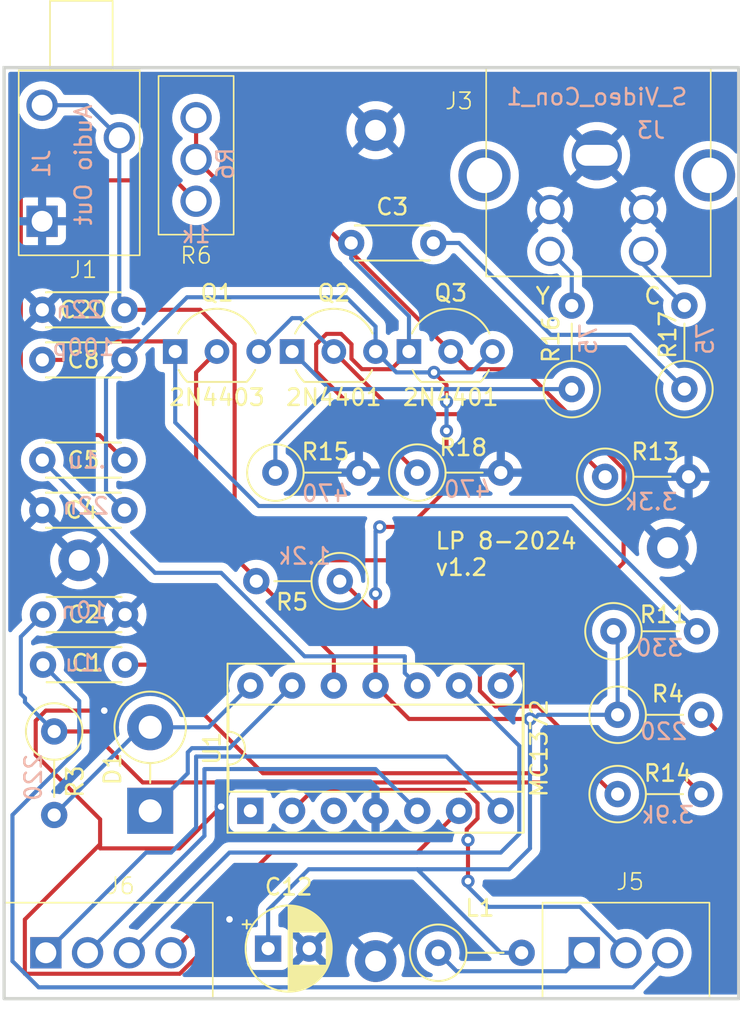
<source format=kicad_pcb>
(kicad_pcb (version 20240108) (generator "pcbnew") (generator_version "8.0")
  (layers (0 "F.Cu" signal) (31 "B.Cu" signal) (34 "B.Paste" user) (35 "F.Paste" user) (36 "B.SilkS" user "B.Silkscreen") (37 "F.SilkS" user "F.Silkscreen") (38 "B.Mask" user) (39 "F.Mask" user) (44 "Edge.Cuts" user))
  (net 0 "")
  (net 1 "Net-(C1-Pad2)")
  (net 2 "GND")
  (net 3 "Net-(U1-Pin_10)")
  (net 4 "Net-(C2-Pad1)")
  (net 5 "Net-(C5-Pad2)")
  (net 6 "Net-(Q1-B)")
  (net 7 "Net-(Q1-E)")
  (net 8 "Net-(D1-K)")
  (net 9 "Net-(D1-A)")
  (net 10 "Net-(J3-Y)")
  (net 11 "Net-(J3-C)")
  (net 12 "Net-(Q1-C)")
  (net 13 "Net-(Q2-E)")
  (net 14 "Net-(Q3-E)")
  (net 15 "Net-(Q3-B)")
  (net 18 "Net-(J5-Pin_3)")
  (net 19 "Net-(J6-Pin_3)")
  (net 20 "Net-(C20-Pad1)")
  (net 21 "Net-(J5-Pin_1)")
  (net 22 "Net-(J5-Pin_2)")
  (net 23 "Net-(J6-Pin_2)")
  (net 24 "Net-(J6-Pin_4)")
  (net 25 "Net-(J6-Pin_1)")
  (net 26 "Net-(Q2-C)")
  (net 27 "Net-(C3-Pad2)")
  (footprint "Package_DIP:DIP-14_W7.62mm_Socket" (layer "F.Cu") (at 183.642 104.394 90)
    (property "Reference" "U1" (at 3.81 -2.33 90) (layer "F.SilkS"))
    (property "Value" "MC1372" (at 3.81 17.57 90) (layer "F.SilkS"))
    (pad "1" thru_hole rect (at 0 0 90) (size 1.6 1.6) (drill 0.8) (layers "*.Cu" "*.Mask"))
    (pad "2" thru_hole oval (at 0 2.54 90) (size 1.6 1.6) (drill 0.8) (layers "*.Cu" "*.Mask") (net 22 "Net-(J5-Pin_2)"))
    (pad "3" thru_hole oval (at 0 5.08 90) (size 1.6 1.6) (drill 0.8) (layers "*.Cu" "*.Mask"))
    (pad "4" thru_hole oval (at 0 7.62 90) (size 1.6 1.6) (drill 0.8) (layers "*.Cu" "*.Mask") (net 2 "GND"))
    (pad "5" thru_hole oval (at 0 10.16 90) (size 1.6 1.6) (drill 0.8) (layers "*.Cu" "*.Mask") (net 23 "Net-(J6-Pin_2)"))
    (pad "6" thru_hole oval (at 0 12.7 90) (size 1.6 1.6) (drill 0.8) (layers "*.Cu" "*.Mask") (net 24 "Net-(J6-Pin_4)"))
    (pad "7" thru_hole oval (at 0 15.24 90) (size 1.6 1.6) (drill 0.8) (layers "*.Cu" "*.Mask") (net 25 "Net-(J6-Pin_1)"))
    (pad "8" thru_hole oval (at 7.62 15.24 90) (size 1.6 1.6) (drill 0.8) (layers "*.Cu" "*.Mask") (net 15 "Net-(Q3-B)"))
    (pad "9" thru_hole oval (at 7.62 12.7 90) (size 1.6 1.6) (drill 0.8) (layers "*.Cu" "*.Mask") (net 19 "Net-(J6-Pin_3)"))
    (pad "10" thru_hole oval (at 7.62 10.16 90) (size 1.6 1.6) (drill 0.8) (layers "*.Cu" "*.Mask") (net 3 "Net-(U1-Pin_10)"))
    (pad "11" thru_hole oval (at 7.62 7.62 90) (size 1.6 1.6) (drill 0.8) (layers "*.Cu" "*.Mask") (net 26 "Net-(Q2-C)"))
    (pad "12" thru_hole oval (at 7.62 5.08 90) (size 1.6 1.6) (drill 0.8) (layers "*.Cu" "*.Mask") (net 6 "Net-(Q1-B)"))
    (pad "13" thru_hole oval (at 7.62 2.54 90) (size 1.6 1.6) (drill 0.8) (layers "*.Cu" "*.Mask") (net 8 "Net-(D1-K)"))
    (pad "14" thru_hole oval (at 7.62 0 90) (size 1.6 1.6) (drill 0.8) (layers "*.Cu" "*.Mask") (net 9 "Net-(D1-A)"))
  )
  (footprint "Resistor_THT:R_Axial_DIN0309_L9.0mm_D3.2mm_P5.08mm_Vertical" (layer "F.Cu") (at 185.166 83.82)
    (property "Reference" "R15" (at 3.048 -1.27 0) (layer "F.SilkS"))
    (property "Value" "470" (at 3.048 1.27 0) (layer "B.SilkS") (effects (justify mirror)))
    (pad "1" thru_hole circle (at 0 0) (size 1.6 1.6) (drill 0.8) (layers "*.Cu" "*.Mask") (net 13 "Net-(Q2-E)"))
    (pad "2" thru_hole oval (at 5.08 0) (size 1.6 1.6) (drill 0.8) (layers "*.Cu" "*.Mask") (net 2 "GND"))
  )
  (footprint "Resistor_THT:R_Axial_DIN0309_L9.0mm_D3.2mm_P5.08mm_Vertical" (layer "F.Cu") (at 205.994 103.378)
    (property "Reference" "R14" (at 3.048 -1.27 0) (layer "F.SilkS"))
    (property "Value" "3.9k" (at 3.048 1.27 0) (layer "B.SilkS") (effects (justify mirror)))
    (pad "1" thru_hole circle (at 0 0) (size 1.6 1.6) (drill 0.8) (layers "*.Cu" "*.Mask") (net 1 "Net-(C1-Pad2)"))
    (pad "2" thru_hole oval (at 5.08 0) (size 1.6 1.6) (drill 0.8) (layers "*.Cu" "*.Mask") (net 20 "Net-(C20-Pad1)"))
  )
  (footprint "Resistor_THT:R_Axial_DIN0309_L9.0mm_D3.2mm_P5.08mm_Vertical" (layer "F.Cu") (at 203.2 78.74 90)
    (property "Reference" "R16" (at 3.048 -1.27 90) (layer "F.SilkS"))
    (property "Value" "75" (at 3.048 1.016 90) (layer "B.SilkS") (effects (justify mirror)))
    (pad "1" thru_hole circle (at 0 0 90) (size 1.6 1.6) (drill 0.8) (layers "*.Cu" "*.Mask") (net 13 "Net-(Q2-E)"))
    (pad "2" thru_hole oval (at 5.08 0 90) (size 1.6 1.6) (drill 0.8) (layers "*.Cu" "*.Mask") (net 10 "Net-(J3-Y)"))
  )
  (footprint "Lee_Custom_Footprints:Mounting_Hole_050" (layer "F.Cu") (at 191.262 62.992)
    (property "Reference" "H1" (hide yes))
    (property "Value" "MountingHole_Pad" (hide yes))
    (pad "1" thru_hole circle (at 0 0) (size 2.54 2.54) (drill 1.27) (layers "*.Cu" "*.Mask") (net 2 "GND"))
  )
  (footprint "Capacitor_THT:C_Disc_D4.3mm_W1.9mm_P5.00mm" (layer "F.Cu") (at 170.982 83.058)
    (property "Reference" "C5" (at 2.5 0 0) (layer "F.SilkS"))
    (property "Value" ".1u" (at 2.714 0 0) (layer "B.SilkS") (effects (justify mirror)))
    (pad "1" thru_hole circle (at 0 0) (size 1.6 1.6) (drill 0.8) (layers "*.Cu" "*.Mask") (net 3 "Net-(U1-Pin_10)"))
    (pad "2" thru_hole circle (at 5 0) (size 1.6 1.6) (drill 0.8) (layers "*.Cu" "*.Mask") (net 5 "Net-(C5-Pad2)"))
  )
  (footprint "Capacitor_THT:C_Disc_D4.3mm_W1.9mm_P5.00mm" (layer "F.Cu") (at 175.982 76.962 180)
    (property "Reference" "C8" (at 2.5 0 0) (layer "F.SilkS"))
    (property "Value" "100p" (at 2.5 0.762 0) (layer "B.SilkS") (effects (justify mirror)))
    (pad "1" thru_hole circle (at 0 0 180) (size 1.6 1.6) (drill 0.8) (layers "*.Cu" "*.Mask") (net 26 "Net-(Q2-C)"))
    (pad "2" thru_hole circle (at 5 0 180) (size 1.6 1.6) (drill 0.8) (layers "*.Cu" "*.Mask") (net 7 "Net-(Q1-E)"))
  )
  (footprint "Capacitor_THT:C_Disc_D4.3mm_W1.9mm_P5.00mm" (layer "F.Cu") (at 175.982 73.914 180)
    (property "Reference" "C20" (at 2.5 0 0) (layer "F.SilkS"))
    (property "Value" "22n" (at 2.754 0 0) (layer "B.SilkS") (effects (justify mirror)))
    (pad "1" thru_hole circle (at 0 0 180) (size 1.6 1.6) (drill 0.8) (layers "*.Cu" "*.Mask") (net 20 "Net-(C20-Pad1)"))
    (pad "2" thru_hole circle (at 5 0 180) (size 1.6 1.6) (drill 0.8) (layers "*.Cu" "*.Mask") (net 2 "GND"))
  )
  (footprint "Package_TO_SOT_THT:TO-92_Inline_Wide" (layer "F.Cu") (at 193.294 76.454)
    (property "Reference" "Q3" (at 2.54 -3.56 0) (layer "F.SilkS"))
    (property "Value" "2N4401" (at 2.54 2.79 0) (layer "F.SilkS"))
    (pad "1" thru_hole rect (at 0 0) (size 1.5 1.5) (drill 0.8) (layers "*.Cu" "*.Mask") (net 14 "Net-(Q3-E)"))
    (pad "2" thru_hole circle (at 2.54 0) (size 1.5 1.5) (drill 0.8) (layers "*.Cu" "*.Mask") (net 15 "Net-(Q3-B)"))
    (pad "3" thru_hole circle (at 5.08 0) (size 1.5 1.5) (drill 0.8) (layers "*.Cu" "*.Mask") (net 26 "Net-(Q2-C)"))
  )
  (footprint "Capacitor_THT:C_Disc_D4.3mm_W1.9mm_P5.00mm" (layer "F.Cu") (at 175.982 86.106 180)
    (property "Reference" "C4" (at 2.62 0 0) (layer "F.SilkS"))
    (property "Value" "22n" (at 2.366 0.254 0) (layer "B.SilkS") (effects (justify mirror)))
    (pad "1" thru_hole circle (at 0 0 180) (size 1.6 1.6) (drill 0.8) (layers "*.Cu" "*.Mask") (net 26 "Net-(Q2-C)"))
    (pad "2" thru_hole circle (at 5 0 180) (size 1.6 1.6) (drill 0.8) (layers "*.Cu" "*.Mask") (net 2 "GND"))
  )
  (footprint "Capacitor_THT:C_Disc_D4.3mm_W1.9mm_P5.00mm" (layer "F.Cu") (at 171.022 92.456)
    (property "Reference" "C2" (at 2.5 0 0) (layer "F.SilkS"))
    (property "Value" "10n" (at 2.5 -0.254 0) (layer "B.SilkS") (effects (justify mirror)))
    (pad "1" thru_hole circle (at 0 0) (size 1.6 1.6) (drill 0.8) (layers "*.Cu" "*.Mask") (net 4 "Net-(C2-Pad1)"))
    (pad "2" thru_hole circle (at 5 0) (size 1.6 1.6) (drill 0.8) (layers "*.Cu" "*.Mask") (net 2 "GND"))
  )
  (footprint "Lee_Custom_Footprints:Connector_01_04_2.54_Vertical" (layer "F.Cu") (at 168.656 115.824)
    (property "Reference" "J6" (at 7.112 -6.858 0) (layer "F.SilkS") (effects (font (thickness 0.1))))
    (property "Value" "Conn_01x04_Socket" (hide yes))
    (pad "1" thru_hole rect (at 2.54 -2.794) (size 1.905 1.905) (drill 1.27) (layers "*.Cu" "*.Mask") (net 25 "Net-(J6-Pin_1)"))
    (pad "2" thru_hole circle (at 5.08 -2.794) (size 1.905 1.905) (drill 1.27) (layers "*.Cu" "*.Mask") (net 23 "Net-(J6-Pin_2)"))
    (pad "3" thru_hole circle (at 7.62 -2.794) (size 1.905 1.905) (drill 1.27) (layers "*.Cu" "*.Mask") (net 19 "Net-(J6-Pin_3)"))
    (pad "4" thru_hole circle (at 10.16 -2.794) (size 1.905 1.905) (drill 1.27) (layers "*.Cu" "*.Mask") (net 24 "Net-(J6-Pin_4)"))
  )
  (footprint "Capacitor_THT:CP_Radial_D5.0mm_P2.50mm" (layer "F.Cu") (at 184.722888 112.776)
    (property "Reference" "C12" (at 1.25 -3.75 0) (layer "F.SilkS"))
    (property "Value" "100u")
    (pad "1" thru_hole rect (at 0 0) (size 1.6 1.6) (drill 0.8) (layers "*.Cu" "*.Mask") (net 26 "Net-(Q2-C)"))
    (pad "2" thru_hole circle (at 2.5 0) (size 1.6 1.6) (drill 0.8) (layers "*.Cu" "*.Mask") (net 2 "GND"))
  )
  (footprint "Diode_THT:D_5W_P5.08mm_Vertical_KathodeUp" (layer "F.Cu") (at 177.546 104.394 90)
    (property "Reference" "D1" (at 2.54 -2.286 90) (layer "F.SilkS"))
    (property "Value" "Diode" (hide yes))
    (pad "1" thru_hole rect (at 0 0 90) (size 2.8 2.8) (drill 1.4) (layers "*.Cu" "*.Mask") (net 8 "Net-(D1-K)"))
    (pad "2" thru_hole oval (at 5.08 0 90) (size 2.8 2.8) (drill 1.4) (layers "*.Cu" "*.Mask") (net 9 "Net-(D1-A)"))
  )
  (footprint "Capacitor_THT:C_Disc_D4.3mm_W1.9mm_P5.00mm" (layer "F.Cu") (at 189.778 69.85)
    (property "Reference" "C3" (at 2.5 -2.2 0) (layer "F.SilkS"))
    (property "Value" ".1u")
    (pad "1" thru_hole circle (at 0 0) (size 1.6 1.6) (drill 0.8) (layers "*.Cu" "*.Mask") (net 14 "Net-(Q3-E)"))
    (pad "2" thru_hole circle (at 5 0) (size 1.6 1.6) (drill 0.8) (layers "*.Cu" "*.Mask") (net 27 "Net-(C3-Pad2)"))
  )
  (footprint "Resistor_THT:R_Axial_DIN0309_L9.0mm_D3.2mm_P5.08mm_Vertical" (layer "F.Cu") (at 205.994 98.552)
    (property "Reference" "R4" (at 3.048 -1.27 0) (layer "F.SilkS"))
    (property "Value" "220" (at 2.794 1.016 0) (layer "B.SilkS") (effects (justify mirror)))
    (pad "1" thru_hole circle (at 0 0) (size 1.6 1.6) (drill 0.8) (layers "*.Cu" "*.Mask") (net 26 "Net-(Q2-C)"))
    (pad "2" thru_hole oval (at 5.08 0) (size 1.6 1.6) (drill 0.8) (layers "*.Cu" "*.Mask") (net 4 "Net-(C2-Pad1)"))
  )
  (footprint "Lee_Custom_Footprints:125_Audio_Jack" (layer "F.Cu") (at 170.434 70.5612 90)
    (property "Reference" "J1" (at -0.9144 3.048 0) (layer "F.SilkS") (effects (font (thickness 0.1))))
    (property "Value" "Audio Out" (at 5.461 3.048 90) (layer "B.SilkS") (effects (justify mirror)))
    (fp_text user "${REFERENCE}" (at 5.5372 0.508 90) (layer "B.SilkS") (effects (justify mirror)))
    (pad "1" thru_hole rect (at 2.032 0.5334 90) (size 1.905 1.905) (drill 1.27) (layers "*.Cu" "*.Mask") (net 2 "GND"))
    (pad "2" thru_hole circle (at 7.112 5.2324 90) (size 1.905 1.905) (drill 1.27) (layers "*.Cu" "*.Mask") (net 20 "Net-(C20-Pad1)"))
    (pad "3" thru_hole circle (at 9.0932 0.5334 90) (size 1.905 1.905) (drill 1.27) (layers "*.Cu" "*.Mask") (net 20 "Net-(C20-Pad1)"))
  )
  (footprint "Resistor_THT:R_Axial_DIN0309_L9.0mm_D3.2mm_P5.08mm_Vertical" (layer "F.Cu") (at 205.232 84.074)
    (property "Reference" "R13" (at 3.048 -1.524 0) (layer "F.SilkS"))
    (property "Value" "3.3k" (at 2.794 1.524 0) (layer "B.SilkS") (effects (justify mirror)))
    (pad "1" thru_hole circle (at 0 0) (size 1.6 1.6) (drill 0.8) (layers "*.Cu" "*.Mask") (net 12 "Net-(Q1-C)"))
    (pad "2" thru_hole oval (at 5.08 0) (size 1.6 1.6) (drill 0.8) (layers "*.Cu" "*.Mask") (net 2 "GND"))
  )
  (footprint "Capacitor_THT:C_Disc_D4.3mm_W1.9mm_P5.00mm" (layer "F.Cu") (at 171.022 95.504)
    (property "Reference" "C1" (at 2.714 -0.106 0) (layer "F.SilkS"))
    (property "Value" ".1u" (at 2.5 -0.106 0) (layer "B.SilkS") (effects (justify mirror)))
    (pad "1" thru_hole circle (at 0 0) (size 1.6 1.6) (drill 0.8) (layers "*.Cu" "*.Mask") (net 18 "Net-(J5-Pin_3)"))
    (pad "2" thru_hole circle (at 5 0) (size 1.6 1.6) (drill 0.8) (layers "*.Cu" "*.Mask") (net 1 "Net-(C1-Pad2)"))
  )
  (footprint "Resistor_THT:R_Axial_DIN0309_L9.0mm_D3.2mm_P5.08mm_Vertical" (layer "F.Cu") (at 205.74 93.472)
    (property "Reference" "R11" (at 3.048 -1.016 0) (layer "F.SilkS"))
    (property "Value" "330" (at 2.794 1.016 0) (layer "B.SilkS") (effects (justify mirror)))
    (pad "1" thru_hole circle (at 0 0) (size 1.6 1.6) (drill 0.8) (layers "*.Cu" "*.Mask") (net 26 "Net-(Q2-C)"))
    (pad "2" thru_hole oval (at 5.08 0) (size 1.6 1.6) (drill 0.8) (layers "*.Cu" "*.Mask") (net 7 "Net-(Q1-E)"))
  )
  (footprint "Package_TO_SOT_THT:TO-92_Inline_Wide" (layer "F.Cu") (at 186.182 76.454)
    (property "Reference" "Q2" (at 2.54 -3.56 0) (layer "F.SilkS"))
    (property "Value" "2N4401" (at 2.54 2.79 0) (layer "F.SilkS"))
    (pad "1" thru_hole rect (at 0 0) (size 1.5 1.5) (drill 0.8) (layers "*.Cu" "*.Mask") (net 13 "Net-(Q2-E)"))
    (pad "2" thru_hole circle (at 2.54 0) (size 1.5 1.5) (drill 0.8) (layers "*.Cu" "*.Mask") (net 12 "Net-(Q1-C)"))
    (pad "3" thru_hole circle (at 5.08 0) (size 1.5 1.5) (drill 0.8) (layers "*.Cu" "*.Mask") (net 26 "Net-(Q2-C)"))
  )
  (footprint "Lee_Custom_Footprints:Potentiometer_Vertical_2.54_Inline" (layer "F.Cu") (at 182.626 69.342 90)
    (property "Reference" "R6" (at -1.27 -2.286 0) (layer "F.SilkS") (effects (font (thickness 0.1))))
    (property "Value" "1k" (at 0 -2.286 0) (layer "B.SilkS") (effects (justify mirror)))
    (fp_text user "${REFERENCE}" (at 4.318 -0.508 90) (layer "B.SilkS") (effects (justify mirror)))
    (pad "1" thru_hole circle (at 2.032 -2.286 90) (size 1.905 1.905) (drill 1.27) (layers "*.Cu" "*.Mask") (net 5 "Net-(C5-Pad2)"))
    (pad "2" thru_hole circle (at 4.572 -2.286 90) (size 1.905 1.905) (drill 1.27) (layers "*.Cu" "*.Mask") (net 15 "Net-(Q3-B)"))
    (pad "3" thru_hole circle (at 7.112 -2.286 90) (size 1.905 1.905) (drill 1.27) (layers "*.Cu" "*.Mask") (net 15 "Net-(Q3-B)"))
  )
  (footprint "Resistor_THT:R_Axial_DIN0309_L9.0mm_D3.2mm_P5.08mm_Vertical" (layer "F.Cu") (at 195.072 113.03)
    (property "Reference" "L1" (at 2.54 -2.72 0) (layer "F.SilkS"))
    (property "Value" "10u")
    (pad "1" thru_hole circle (at 0 0) (size 1.6 1.6) (drill 0.8) (layers "*.Cu" "*.Mask") (net 21 "Net-(J5-Pin_1)"))
    (pad "2" thru_hole oval (at 5.08 0) (size 1.6 1.6) (drill 0.8) (layers "*.Cu" "*.Mask") (net 26 "Net-(Q2-C)"))
  )
  (footprint "Resistor_THT:R_Axial_DIN0309_L9.0mm_D3.2mm_P5.08mm_Vertical" (layer "F.Cu") (at 210.058 78.74 90)
    (property "Reference" "R17" (at 3.302 -1.016 90) (layer "F.SilkS"))
    (property "Value" "75" (at 3.048 1.27 90) (layer "B.SilkS") (effects (justify mirror)))
    (pad "1" thru_hole circle (at 0 0 90) (size 1.6 1.6) (drill 0.8) (layers "*.Cu" "*.Mask") (net 27 "Net-(C3-Pad2)"))
    (pad "2" thru_hole oval (at 5.08 0 90) (size 1.6 1.6) (drill 0.8) (layers "*.Cu" "*.Mask") (net 11 "Net-(J3-C)"))
  )
  (footprint "Package_TO_SOT_THT:TO-92_Inline_Wide" (layer "F.Cu") (at 179.07 76.454)
    (property "Reference" "Q1" (at 2.54 -3.56 0) (layer "F.SilkS"))
    (property "Value" "2N4403" (at 2.54 2.79 0) (layer "F.SilkS"))
    (pad "1" thru_hole rect (at 0 0) (size 1.5 1.5) (drill 0.8) (layers "*.Cu" "*.Mask") (net 7 "Net-(Q1-E)"))
    (pad "2" thru_hole circle (at 2.54 0) (size 1.5 1.5) (drill 0.8) (layers "*.Cu" "*.Mask") (net 6 "Net-(Q1-B)"))
    (pad "3" thru_hole circle (at 5.08 0) (size 1.5 1.5) (drill 0.8) (layers "*.Cu" "*.Mask") (net 12 "Net-(Q1-C)"))
  )
  (footprint "Lee_Custom_Footprints:Mounting_Hole_050" (layer "F.Cu") (at 209.042 88.392)
    (property "Reference" "H2" (hide yes))
    (property "Value" "MountingHole_Pad" (hide yes))
    (pad "1" thru_hole circle (at 0 0) (size 2.54 2.54) (drill 1.27) (layers "*.Cu" "*.Mask") (net 2 "GND"))
  )
  (footprint "Lee_Custom_Footprints:Mounting_Hole_050" (layer "F.Cu") (at 191.262 113.538)
    (property "Reference" "H4" (hide yes))
    (property "Value" "MountingHole_Pad" (hide yes))
    (pad "1" thru_hole circle (at 0 0) (size 2.54 2.54) (drill 1.27) (layers "*.Cu" "*.Mask") (net 2 "GND"))
  )
  (footprint "Lee_Custom_Footprints:Mounting_Hole_050" (layer "F.Cu") (at 173.228 89.154)
    (property "Reference" "H3" (hide yes))
    (property "Value" "MountingHole_Pad" (hide yes))
    (pad "1" thru_hole circle (at 0 0) (size 2.54 2.54) (drill 1.27) (layers "*.Cu" "*.Mask") (net 2 "GND"))
  )
  (footprint "Resistor_THT:R_Axial_DIN0309_L9.0mm_D3.2mm_P5.08mm_Vertical" (layer "F.Cu") (at 193.802 83.82)
    (property "Reference" "R18" (at 2.794 -1.524 0) (layer "F.SilkS"))
    (property "Value" "470" (at 3.048 1.016 0) (layer "B.SilkS") (effects (justify mirror)))
    (pad "1" thru_hole circle (at 0 0) (size 1.6 1.6) (drill 0.8) (layers "*.Cu" "*.Mask") (net 14 "Net-(Q3-E)"))
    (pad "2" thru_hole oval (at 5.08 0) (size 1.6 1.6) (drill 0.8) (layers "*.Cu" "*.Mask") (net 2 "GND"))
  )
  (footprint "Resistor_THT:R_Axial_DIN0309_L9.0mm_D3.2mm_P5.08mm_Vertical" (layer "F.Cu") (at 189.084 90.424 180)
    (property "Reference" "R5" (at 2.902 -1.27 0) (layer "F.SilkS"))
    (property "Value" "1.2k" (at 2.14 1.524 0) (layer "B.SilkS") (effects (justify mirror)))
    (pad "1" thru_hole circle (at 0 0 180) (size 1.6 1.6) (drill 0.8) (layers "*.Cu" "*.Mask") (net 26 "Net-(Q2-C)"))
    (pad "2" thru_hole oval (at 5.08 0 180) (size 1.6 1.6) (drill 0.8) (layers "*.Cu" "*.Mask") (net 6 "Net-(Q1-B)"))
  )
  (footprint "Lee_Custom_Footprints:Connector_01x03_2.54_Vertical" (layer "F.Cu") (at 201.422 115.824)
    (property "Reference" "J5" (at 5.334 -7.112 0) (layer "F.SilkS") (effects (font (thickness 0.1))))
    (property "Value" "Conn_01x03_Socket" (hide yes))
    (pad "1" thru_hole rect (at 2.54 -2.794) (size 1.905 1.905) (drill 1.27) (layers "*.Cu" "*.Mask") (net 21 "Net-(J5-Pin_1)"))
    (pad "2" thru_hole circle (at 5.08 -2.794) (size 1.905 1.905) (drill 1.27) (layers "*.Cu" "*.Mask") (net 22 "Net-(J5-Pin_2)"))
    (pad "3" thru_hole circle (at 7.62 -2.794) (size 1.905 1.905) (drill 1.27) (layers "*.Cu" "*.Mask") (net 18 "Net-(J5-Pin_3)"))
  )
  (footprint "Lee_Custom_Footprints:S_Video_PCB" (layer "F.Cu") (at 204.724 59.182 180)
    (property "Reference" "J3" (at 8.382 -2.032 0) (layer "F.SilkS") (effects (font (thickness 0.1))))
    (property "Value" "S_Video_Con_1" (at 0 -1.778 0) (layer "B.SilkS") (effects (justify mirror)))
    (fp_text user "${REFERENCE}" (at -3.302 -3.81 0) (layer "B.SilkS") (effects (justify mirror)))
    (pad "1" thru_hole circle (at 0 -5.334 180) (size 3.048 3.048) (drill oval 2.54 1.27) (layers "*.Cu" "*.Mask") (net 2 "GND"))
    (pad "1" thru_hole circle (at 2.8448 -8.636 180) (size 1.778 1.778) (drill 1.27) (layers "*.Cu" "*.Mask") (net 2 "GND"))
    (pad "2" thru_hole circle (at -2.8448 -8.636 180) (size 1.778 1.778) (drill 1.27) (layers "*.Cu" "*.Mask") (net 2 "GND"))
    (pad "3" thru_hole circle (at 2.8448 -11.176 180) (size 1.778 1.778) (drill 1.27) (layers "*.Cu" "*.Mask") (net 10 "Net-(J3-Y)"))
    (pad "4" thru_hole circle (at -2.8448 -11.176 180) (size 1.778 1.778) (drill 1.27) (layers "*.Cu" "*.Mask") (net 11 "Net-(J3-C)"))
    (pad "5" thru_hole circle (at 6.8326 -6.5532 180) (size 3.175 3.175) (drill 2.159) (layers "*.Cu" "*.Mask"))
    (pad "6" thru_hole circle (at -6.8326 -6.5532 180) (size 3.175 3.175) (drill 2.159) (layers "*.Cu" "*.Mask"))
  )
  (footprint "Resistor_THT:R_Axial_DIN0309_L9.0mm_D3.2mm_P5.08mm_Vertical" (layer "F.Cu") (at 171.704 99.568 -90)
    (property "Reference" "R3" (at 3.048 -1.27 90) (layer "F.SilkS"))
    (property "Value" "220" (at 2.794 1.27 90) (layer "B.SilkS") (effects (justify mirror)))
    (pad "1" thru_hole circle (at 0 0 270) (size 1.6 1.6) (drill 0.8) (layers "*.Cu" "*.Mask") (net 4 "Net-(C2-Pad1)"))
    (pad "2" thru_hole oval (at 5.08 0 270) (size 1.6 1.6) (drill 0.8) (layers "*.Cu" "*.Mask") (net 9 "Net-(D1-A)"))
  )
  (gr_rect (start 168.656 59.182) (end 213.36 115.824) (stroke (width 0.2)) (fill none) (layer "Edge.Cuts"))
  (gr_text "LP 8-2024\nv1.2" (at 194.818 90.17 0) (layer "F.SilkS") (effects (font (size 1 1)) (justify left bottom)))
  (gr_text "C" (at 207.518 73.66 0) (layer "F.SilkS") (effects (font (size 1 1)) (justify left bottom)))
  (gr_text "Y" (at 200.914 73.66 0) (layer "F.SilkS") (effects (font (size 1 1)) (justify left bottom)))
  (segment (start 205.994 103.378) (end 205.74 103.378) (width 0.25) (layer "F.Cu") (net 1))
  (segment (start 184.404 102.108) (end 177.8 95.504) (width 0.25) (layer "F.Cu") (net 1))
  (segment (start 177.8 95.504) (end 176.022 95.504) (width 0.25) (layer "F.Cu") (net 1))
  (segment (start 204.47 102.108) (end 184.404 102.108) (width 0.25) (layer "F.Cu") (net 1))
  (segment (start 205.74 103.378) (end 204.47 102.108) (width 0.25) (layer "F.Cu") (net 1))
  (segment (start 174.498 104.911305) (end 170.579 100.992305) (width 0.25) (layer "F.Cu") (net 2))
  (segment (start 174.498 106.426) (end 174.498 104.911305) (width 0.25) (layer "F.Cu") (net 2))
  (segment (start 179.345158 114.3075) (end 169.9185 114.3075) (width 0.25) (layer "F.Cu") (net 2))
  (segment (start 182.372 110.998) (end 182.372 111.280658) (width 0.25) (layer "F.Cu") (net 2))
  (segment (start 174.498 106.68) (end 174.498 106.426) (width 0.25) (layer "F.Cu") (net 2))
  (segment (start 181.864 104.14) (end 179.324 106.68) (width 0.25) (layer "F.Cu") (net 2))
  (segment (start 179.324 106.68) (end 174.498 106.68) (width 0.25) (layer "F.Cu") (net 2))
  (segment (start 170.579 98.915) (end 171.196 98.298) (width 0.25) (layer "F.Cu") (net 2))
  (segment (start 169.9185 114.3075) (end 169.9185 111.0055) (width 0.25) (layer "F.Cu") (net 2))
  (segment (start 171.196 98.298) (end 174.752 98.298) (width 0.25) (layer "F.Cu") (net 2))
  (segment (start 182.372 111.280658) (end 179.345158 114.3075) (width 0.25) (layer "F.Cu") (net 2))
  (segment (start 169.9185 111.0055) (end 174.498 106.426) (width 0.25) (layer "F.Cu") (net 2))
  (segment (start 170.579 100.992305) (end 170.579 98.915) (width 0.25) (layer "F.Cu") (net 2))
  (via (at 182.372 110.998) (size 0.8) (drill 0.4) (layers "F.Cu" "B.Cu") (net 2))
  (via (at 181.864 104.14) (size 0.8) (drill 0.4) (layers "F.Cu" "B.Cu") (net 2))
  (via (at 174.752 98.298) (size 0.8) (drill 0.4) (layers "F.Cu" "B.Cu") (net 2))
  (segment (start 176.022 91.948) (end 176.022 92.456) (width 0.25) (layer "B.Cu") (net 2))
  (segment (start 173.228 88.352) (end 173.228 89.154) (width 0.25) (layer "B.Cu") (net 2))
  (segment (start 170.9674 73.8994) (end 170.982 73.914) (width 0.25) (layer "B.Cu") (net 2))
  (segment (start 169.857 84.981) (end 170.982 86.106) (width 0.25) (layer "B.Cu") (net 2))
  (segment (start 193.04 94.996) (end 193.04 96.012) (width 0.25) (layer "B.Cu") (net 3))
  (segment (start 170.982 83.058) (end 177.84 89.916) (width 0.25) (layer "B.Cu") (net 3))
  (segment (start 193.04 96.012) (end 193.802 96.774) (width 0.25) (layer "B.Cu") (net 3))
  (segment (start 181.864 89.916) (end 186.944 94.996) (width 0.25) (layer "B.Cu") (net 3))
  (segment (start 186.944 94.996) (end 193.04 94.996) (width 0.25) (layer "B.Cu") (net 3))
  (segment (start 177.84 89.916) (end 181.864 89.916) (width 0.25) (layer "B.Cu") (net 3))
  (segment (start 205.74 105.41) (end 211.582 105.41) (width 0.25) (layer "F.Cu") (net 4))
  (segment (start 212.852 104.14) (end 212.852 100.33) (width 0.25) (layer "F.Cu") (net 4))
  (segment (start 177.091 102.669) (end 202.999 102.669) (width 0.25) (layer "F.Cu") (net 4))
  (segment (start 211.582 105.41) (end 212.852 104.14) (width 0.25) (layer "F.Cu") (net 4))
  (segment (start 212.852 100.33) (end 211.074 98.552) (width 0.25) (layer "F.Cu") (net 4))
  (segment (start 171.704 99.568) (end 173.99 99.568) (width 0.25) (layer "F.Cu") (net 4))
  (segment (start 173.99 99.568) (end 177.091 102.669) (width 0.25) (layer "F.Cu") (net 4))
  (segment (start 202.999 102.669) (end 205.74 105.41) (width 0.25) (layer "F.Cu") (net 4))
  (segment (start 169.672 93.806) (end 171.022 92.456) (width 0.25) (layer "B.Cu") (net 4))
  (segment (start 169.926 97.79) (end 169.926 97.536) (width 0.25) (layer "B.Cu") (net 4))
  (segment (start 171.704 99.568) (end 169.926 97.79) (width 0.25) (layer "B.Cu") (net 4))
  (segment (start 169.672 97.282) (end 169.672 93.806) (width 0.25) (layer "B.Cu") (net 4))
  (segment (start 169.926 97.536) (end 169.672 97.282) (width 0.25) (layer "B.Cu") (net 4))
  (segment (start 169.926 66.04) (end 179.07 66.04) (width 0.25) (layer "F.Cu") (net 5))
  (segment (start 169.672 81.534) (end 169.672 66.294) (width 0.25) (layer "F.Cu") (net 5))
  (segment (start 174.458 81.534) (end 169.672 81.534) (width 0.25) (layer "F.Cu") (net 5))
  (segment (start 179.07 66.04) (end 180.34 67.31) (width 0.25) (layer "F.Cu") (net 5))
  (segment (start 175.982 83.058) (end 174.458 81.534) (width 0.25) (layer "F.Cu") (net 5))
  (segment (start 169.672 66.294) (end 169.926 66.04) (width 0.25) (layer "F.Cu") (net 5))
  (segment (start 188.722 96.774) (end 188.722 94.996) (width 0.25) (layer "F.Cu") (net 6))
  (segment (start 180.34 86.614) (end 180.34 77.724) (width 0.25) (layer "F.Cu") (net 6))
  (segment (start 188.722 94.996) (end 180.34 86.614) (width 0.25) (layer "F.Cu") (net 6))
  (segment (start 180.34 77.724) (end 181.61 76.454) (width 0.25) (layer "F.Cu") (net 6))
  (segment (start 172.466 76.962) (end 173.591 75.837) (width 0.25) (layer "F.Cu") (net 7))
  (segment (start 170.982 76.962) (end 172.466 76.962) (width 0.25) (layer "F.Cu") (net 7))
  (segment (start 178.453 75.837) (end 179.07 76.454) (width 0.25) (layer "F.Cu") (net 7))
  (segment (start 173.591 75.837) (end 178.453 75.837) (width 0.25) (layer "F.Cu") (net 7))
  (segment (start 179.07 80.772) (end 179.07 76.454) (width 0.25) (layer "B.Cu") (net 7))
  (segment (start 210.82 93.472) (end 203.2 85.852) (width 0.25) (layer "B.Cu") (net 7))
  (segment (start 203.2 85.852) (end 184.15 85.852) (width 0.25) (layer "B.Cu") (net 7))
  (segment (start 184.15 85.852) (end 179.07 80.772) (width 0.25) (layer "B.Cu") (net 7))
  (segment (start 179.832 102.108) (end 179.832 100.838) (width 0.25) (layer "B.Cu") (net 8))
  (segment (start 177.546 104.394) (end 179.832 102.108) (width 0.25) (layer "B.Cu") (net 8))
  (segment (start 180.086 100.584) (end 182.372 100.584) (width 0.25) (layer "B.Cu") (net 8))
  (segment (start 179.832 100.838) (end 180.086 100.584) (width 0.25) (layer "B.Cu") (net 8))
  (segment (start 182.372 100.584) (end 186.182 96.774) (width 0.25) (layer "B.Cu") (net 8))
  (segment (start 181.102 99.314) (end 183.642 96.774) (width 0.25) (layer "B.Cu") (net 9))
  (segment (start 177.038 99.314) (end 177.546 99.314) (width 0.25) (layer "B.Cu") (net 9))
  (segment (start 177.546 99.314) (end 181.102 99.314) (width 0.25) (layer "B.Cu") (net 9))
  (segment (start 171.704 104.648) (end 177.038 99.314) (width 0.25) (layer "B.Cu") (net 9))
  (segment (start 203.2 73.66) (end 203.2 71.6788) (width 0.25) (layer "B.Cu") (net 10))
  (segment (start 203.2 71.6788) (end 201.8792 70.358) (width 0.25) (layer "B.Cu") (net 10))
  (segment (start 207.5688 71.1708) (end 207.5688 70.358) (width 0.25) (layer "B.Cu") (net 11))
  (segment (start 210.058 73.66) (end 207.5688 71.1708) (width 0.25) (layer "B.Cu") (net 11))
  (segment (start 192.532 80.264) (end 201.422 80.264) (width 0.25) (layer "F.Cu") (net 12))
  (segment (start 188.722 76.454) (end 192.532 80.264) (width 0.25) (layer "F.Cu") (net 12))
  (segment (start 201.422 80.264) (end 205.232 84.074) (width 0.25) (layer "F.Cu") (net 12))
  (segment (start 186.69 74.422) (end 188.722 76.454) (width 0.25) (layer "B.Cu") (net 12))
  (segment (start 184.15 76.454) (end 186.182 74.422) (width 0.25) (layer "B.Cu") (net 12))
  (segment (start 186.182 74.422) (end 186.69 74.422) (width 0.25) (layer "B.Cu") (net 12))
  (segment (start 185.166 82.042) (end 188.468 78.74) (width 0.25) (layer "B.Cu") (net 13))
  (segment (start 188.468 78.74) (end 186.182 76.454) (width 0.25) (layer "B.Cu") (net 13))
  (segment (start 185.166 83.82) (end 185.166 82.042) (width 0.25) (layer "B.Cu") (net 13))
  (segment (start 203.2 78.74) (end 188.468 78.74) (width 0.25) (layer "B.Cu") (net 13))
  (segment (start 189.16728 75.379) (end 189.797 76.00872) (width 0.25) (layer "F.Cu") (net 14))
  (segment (start 192.219 77.529) (end 193.294 76.454) (width 0.25) (layer "F.Cu") (net 14))
  (segment (start 187.647 76.00872) (end 188.27672 75.379) (width 0.25) (layer "F.Cu") (net 14))
  (segment (start 188.27672 75.379) (end 189.16728 75.379) (width 0.25) (layer "F.Cu") (net 14))
  (segment (start 193.802 83.82) (end 187.647 77.665) (width 0.25) (layer "F.Cu") (net 14))
  (segment (start 187.647 77.665) (end 187.647 76.00872) (width 0.25) (layer "F.Cu") (net 14))
  (segment (start 189.797 76.00872) (end 189.797 76.892604) (width 0.25) (layer "F.Cu") (net 14))
  (segment (start 189.797 76.892604) (end 190.433396 77.529) (width 0.25) (layer "F.Cu") (net 14))
  (segment (start 190.433396 77.529) (end 192.219 77.529) (width 0.25) (layer "F.Cu") (net 14))
  (segment (start 189.778 70.788) (end 189.778 69.85) (width 0.25) (layer "B.Cu") (net 14))
  (segment (start 193.294 76.454) (end 193.294 74.304) (width 0.25) (layer "B.Cu") (net 14))
  (segment (start 193.294 74.304) (end 189.778 70.788) (width 0.25) (layer "B.Cu") (net 14))
  (segment (start 206.357 89.299) (end 206.357 83.608009) (width 0.25) (layer "F.Cu") (net 15))
  (segment (start 180.34 64.77) (end 183.388 67.818) (width 0.25) (layer "F.Cu") (net 15))
  (segment (start 187.198 67.818) (end 195.834 76.454) (width 0.25) (layer "F.Cu") (net 15))
  (segment (start 198.882 96.774) (end 206.357 89.299) (width 0.25) (layer "F.Cu") (net 15))
  (segment (start 206.357 83.608009) (end 200.277991 77.529) (width 0.25) (layer "F.Cu") (net 15))
  (segment (start 183.388 67.818) (end 187.198 67.818) (width 0.25) (layer "F.Cu") (net 15))
  (segment (start 180.34 62.23) (end 180.34 64.77) (width 0.25) (layer "F.Cu") (net 15))
  (segment (start 196.909 77.529) (end 195.834 76.454) (width 0.25) (layer "F.Cu") (net 15))
  (segment (start 200.277991 77.529) (end 196.909 77.529) (width 0.25) (layer "F.Cu") (net 15))
  (segment (start 206.939 115.133) (end 170.759 115.133) (width 0.25) (layer "B.Cu") (net 18))
  (segment (start 209.042 113.03) (end 206.939 115.133) (width 0.25) (layer "B.Cu") (net 18))
  (segment (start 170.759 115.133) (end 169.164 113.538) (width 0.25) (layer "B.Cu") (net 18))
  (segment (start 169.164 113.538) (end 169.164 104.648) (width 0.25) (layer "B.Cu") (net 18))
  (segment (start 169.164 104.648) (end 173.228 100.584) (width 0.25) (layer "B.Cu") (net 18))
  (segment (start 173.228 100.584) (end 173.228 97.71) (width 0.25) (layer "B.Cu") (net 18))
  (segment (start 173.228 97.71) (end 171.022 95.504) (width 0.25) (layer "B.Cu") (net 18))
  (segment (start 176.276 113.03) (end 182.372 106.934) (width 0.25) (layer "B.Cu") (net 19))
  (segment (start 182.372 106.934) (end 198.882 106.934) (width 0.25) (layer "B.Cu") (net 19))
  (segment (start 200.007 100.439) (end 196.342 96.774) (width 0.25) (layer "B.Cu") (net 19))
  (segment (start 200.007 105.809) (end 200.007 100.439) (width 0.25) (layer "B.Cu") (net 19))
  (segment (start 198.882 106.934) (end 200.007 105.809) (width 0.25) (layer "B.Cu") (net 19))
  (segment (start 195.834 89.154) (end 197.612 90.932) (width 0.25) (layer "F.Cu") (net 20))
  (segment (start 185.166 89.154) (end 195.834 89.154) (width 0.25) (layer "F.Cu") (net 20))
  (segment (start 204.47 101.346) (end 209.042 101.346) (width 0.25) (layer "F.Cu") (net 20))
  (segment (start 209.042 101.346) (end 211.074 103.378) (width 0.25) (layer "F.Cu") (net 20))
  (segment (start 201.168 98.044) (end 204.47 101.346) (width 0.25) (layer "F.Cu") (net 20))
  (segment (start 175.982 73.914) (end 180.59028 73.914) (width 0.25) (layer "F.Cu") (net 20))
  (segment (start 197.612 97.094991) (end 198.561009 98.044) (width 0.25) (layer "F.Cu") (net 20))
  (segment (start 197.612 90.932) (end 197.612 97.094991) (width 0.25) (layer "F.Cu") (net 20))
  (segment (start 182.685 76.00872) (end 182.685 86.673) (width 0.25) (layer "F.Cu") (net 20))
  (segment (start 180.59028 73.914) (end 182.685 76.00872) (width 0.25) (layer "F.Cu") (net 20))
  (segment (start 198.561009 98.044) (end 201.168 98.044) (width 0.25) (layer "F.Cu") (net 20))
  (segment (start 182.685 86.673) (end 185.166 89.154) (width 0.25) (layer "F.Cu") (net 20))
  (segment (start 175.6664 73.5984) (end 175.982 73.914) (width 0.25) (layer "B.Cu") (net 20))
  (segment (start 175.6664 63.4492) (end 175.6664 73.5984) (width 0.25) (layer "B.Cu") (net 20))
  (segment (start 173.6852 61.468) (end 170.9674 61.468) (width 0.25) (layer "B.Cu") (net 20))
  (segment (start 175.6664 63.4492) (end 173.6852 61.468) (width 0.25) (layer "B.Cu") (net 20))
  (segment (start 196.197 114.155) (end 195.072 113.03) (width 0.25) (layer "B.Cu") (net 21))
  (segment (start 202.837 114.155) (end 196.197 114.155) (width 0.25) (layer "B.Cu") (net 21))
  (segment (start 203.962 113.03) (end 202.837 114.155) (width 0.25) (layer "B.Cu") (net 21))
  (segment (start 196.807991 105.519) (end 196.807991 106.092991) (width 0.25) (layer "F.Cu") (net 22))
  (segment (start 196.807991 106.092991) (end 196.887 106.172) (width 0.25) (layer "F.Cu") (net 22))
  (segment (start 197.467 104.859991) (end 196.807991 105.519) (width 0.25) (layer "F.Cu") (net 22))
  (segment (start 186.182 104.394) (end 187.452 103.124) (width 0.25) (layer "F.Cu") (net 22))
  (segment (start 197.467 103.928009) (end 197.467 104.859991) (width 0.25) (layer "F.Cu") (net 22))
  (segment (start 187.452 103.124) (end 196.662991 103.124) (width 0.25) (layer "F.Cu") (net 22))
  (segment (start 196.662991 103.124) (end 197.467 103.928009) (width 0.25) (layer "F.Cu") (net 22))
  (segment (start 196.887 108.675) (end 196.887 106.172) (width 0.25) (layer "F.Cu") (net 22))
  (via (at 196.887 108.675) (size 0.8) (drill 0.4) (layers "F.Cu" "B.Cu") (net 22))
  (via (at 196.887 106.172) (size 0.8) (drill 0.4) (layers "F.Cu" "B.Cu") (net 22))
  (segment (start 198.110695 110.236) (end 203.708 110.236) (width 0.25) (layer "B.Cu") (net 22))
  (segment (start 196.887 108.675) (end 196.887 109.012305) (width 0.25) (layer "B.Cu") (net 22))
  (segment (start 196.596 106.172) (end 196.887 106.172) (width 0.25) (layer "B.Cu") (net 22))
  (segment (start 203.708 110.236) (end 206.502 113.03) (width 0.25) (layer "B.Cu") (net 22))
  (segment (start 196.887 109.012305) (end 198.110695 110.236) (width 0.25) (layer "B.Cu") (net 22))
  (segment (start 191.262 101.854) (end 193.802 104.394) (width 0.25) (layer "B.Cu") (net 23))
  (segment (start 180.848 105.918) (end 180.848 101.854) (width 0.25) (layer "B.Cu") (net 23))
  (segment (start 180.848 101.854) (end 191.262 101.854) (width 0.25) (layer "B.Cu") (net 23))
  (segment (start 173.736 113.03) (end 180.848 105.918) (width 0.25) (layer "B.Cu") (net 23))
  (segment (start 178.816 113.03) (end 184.912 106.934) (width 0.25) (layer "F.Cu") (net 24))
  (segment (start 184.912 106.934) (end 193.802 106.934) (width 0.25) (layer "F.Cu") (net 24))
  (segment (start 193.802 106.934) (end 196.342 104.394) (width 0.25) (layer "F.Cu") (net 24))
  (segment (start 178.816 106.934) (end 180.34 105.41) (width 0.25) (layer "B.Cu") (net 25))
  (segment (start 171.196 113.03) (end 177.292 106.934) (width 0.25) (layer "B.Cu") (net 25))
  (segment (start 177.292 106.934) (end 178.816 106.934) (width 0.25) (layer "B.Cu") (net 25))
  (segment (start 180.34 101.092) (end 195.58 101.092) (width 0.25) (layer "B.Cu") (net 25))
  (segment (start 195.58 101.092) (end 198.882 104.394) (width 0.25) (layer "B.Cu") (net 25))
  (segment (start 180.34 105.41) (end 180.34 101.092) (width 0.25) (layer "B.Cu") (net 25))
  (segment (start 191.516 87.122) (end 193.294 87.122) (width 0.25) (layer "F.Cu") (net 26))
  (segment (start 193.294 87.122) (end 195.58 84.836) (width 0.25) (layer "F.Cu") (net 26))
  (segment (start 195.58 78.486) (end 194.818 77.724) (width 0.25) (layer "F.Cu") (net 26))
  (segment (start 191.262 92.456) (end 189.23 90.424) (width 0.25) (layer "F.Cu") (net 26))
  (segment (start 195.58 84.836) (end 195.58 81.28) (width 0.25) (layer "F.Cu") (net 26))
  (segment (start 191.262 91.186) (end 191.262 96.774) (width 0.25) (layer "F.Cu") (net 26))
  (segment (start 193.294 98.806) (end 191.262 96.774) (width 0.25) (layer "F.Cu") (net 26))
  (segment (start 200.66 98.806) (end 193.294 98.806) (width 0.25) (layer "F.Cu") (net 26))
  (segment (start 195.58 79.502) (end 195.58 78.486) (width 0.25) (layer "F.Cu") (net 26))
  (segment (start 191.262 96.774) (end 191.262 92.456) (width 0.25) (layer "F.Cu") (net 26))
  (via (at 191.516 87.122) (size 0.8) (drill 0.4) (layers "F.Cu" "B.Cu") (net 26))
  (via (at 195.58 81.28) (size 0.8) (drill 0.4) (layers "F.Cu" "B.Cu") (net 26))
  (via (at 194.818 77.724) (size 0.8) (drill 0.4) (layers "F.Cu" "B.Cu") (net 26))
  (via (at 195.58 79.502) (size 0.8) (drill 0.4) (layers "F.Cu" "B.Cu") (net 26))
  (via (at 191.262 91.186) (size 0.8) (drill 0.4) (layers "F.Cu" "B.Cu") (net 26))
  (via (at 200.66 98.806) (size 0.8) (drill 0.4) (layers "F.Cu" "B.Cu") (net 26))
  (segment (start 179.792 73.152) (end 189.484 73.152) (width 0.25) (layer "B.Cu") (net 26))
  (segment (start 200.914 98.806) (end 201.168 98.552) (width 0.25) (layer "B.Cu") (net 26))
  (segment (start 184.722888 110.425112) (end 187.198 107.95) (width 0.25) (layer "B.Cu") (net 26))
  (segment (start 175.982 86.106) (end 174.857 84.981) (width 0.25) (layer "B.Cu") (net 26))
  (segment (start 191.262 91.186) (end 191.262 87.376) (width 0.25) (layer "B.Cu") (net 26))
  (segment (start 174.857 84.981) (end 174.857 78.087) (width 0.25) (layer "B.Cu") (net 26))
  (segment (start 191.262 87.376) (end 191.516 87.122) (width 0.25) (layer "B.Cu") (net 26))
  (segment (start 195.58 79.502) (end 195.58 81.28) (width 0.25) (layer "B.Cu") (net 26))
  (segment (start 191.262 74.93) (end 191.262 76.454) (width 0.25) (layer "B.Cu") (net 26))
  (segment (start 184.722888 112.776) (end 184.722888 110.425112) (width 0.25) (layer "B.Cu") (net 26))
  (segment (start 194.818 77.724) (end 192.532 77.724) (width 0.25) (layer "B.Cu") (net 26))
  (segment (start 201.168 98.552) (end 205.994 98.552) (width 0.25) (layer "B.Cu") (net 26))
  (segment (start 193.802 107.95) (end 199.39 107.95) (width 0.25) (layer "B.Cu") (net 26))
  (segment (start 175.982 76.962) (end 179.792 73.152) (width 0.25) (layer "B.Cu") (net 26))
  (segment (start 174.857 78.087) (end 175.982 76.962) (width 0.25) (layer "B.Cu") (net 26))
  (segment (start 194.818 77.724) (end 197.104 77.724) (width 0.25) (layer "B.Cu") (net 26))
  (segment (start 205.994 98.552) (end 205.994 93.726) (width 0.25) (layer "B.Cu") (net 26))
  (segment (start 199.39 107.95) (end 200.66 106.68) (width 0.25) (layer "B.Cu") (net 26))
  (segment (start 187.198 107.95) (end 193.802 107.95) (width 0.25) (layer "B.Cu") (net 26))
  (segment (start 192.532 77.724) (end 191.262 76.454) (width 0.25) (layer "B.Cu") (net 26))
  (segment (start 193.802 107.95) (end 198.882 113.03) (width 0.25) (layer "B.Cu") (net 26))
  (segment (start 197.104 77.724) (end 198.374 76.454) (width 0.25) (layer "B.Cu") (net 26))
  (segment (start 200.66 106.68) (end 200.66 98.806) (width 0.25) (layer "B.Cu") (net 26))
  (segment (start 205.994 93.726) (end 205.74 93.472) (width 0.25) (layer "B.Cu") (net 26))
  (segment (start 198.882 113.03) (end 200.152 113.03) (width 0.25) (layer "B.Cu") (net 26))
  (segment (start 189.484 73.152) (end 191.262 74.93) (width 0.25) (layer "B.Cu") (net 26))
  (segment (start 200.66 98.806) (end 200.914 98.806) (width 0.25) (layer "B.Cu") (net 26))
  (segment (start 194.778 69.85) (end 196.342 69.85) (width 0.25) (layer "B.Cu") (net 27))
  (segment (start 206.756 75.438) (end 210.058 78.74) (width 0.25) (layer "B.Cu") (net 27))
  (segment (start 196.342 69.85) (end 201.93 75.438) (width 0.25) (layer "B.Cu") (net 27))
  (segment (start 201.93 75.438) (end 206.756 75.438) (width 0.25) (layer "B.Cu") (net 27))
  (zone (net 2) (net_name "GND") (layer "B.Cu") (priority 1) (connect_pads (clearance 0.5)) (min_thickness 0.25) (fill yes (thermal_gap 0.5) (thermal_bridge_width 0.5))
    (polygon (pts (xy 168.91 59.436) (xy 213.36 59.436) (xy 213.36 115.57) (xy 168.91 115.57)))
  )
)
</source>
